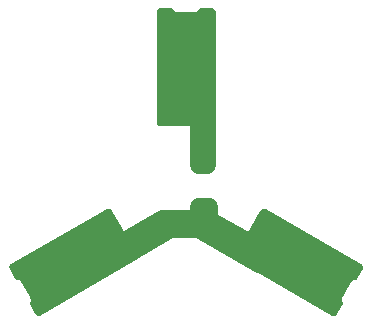
<source format=gbr>
G04 #@! TF.GenerationSoftware,KiCad,Pcbnew,(5.0.2)-1*
G04 #@! TF.CreationDate,2020-08-06T17:06:31-05:00*
G04 #@! TF.ProjectId,tri-slot-hub,7472692d-736c-46f7-942d-6875622e6b69,rev?*
G04 #@! TF.SameCoordinates,Original*
G04 #@! TF.FileFunction,Copper,L1,Top*
G04 #@! TF.FilePolarity,Positive*
%FSLAX46Y46*%
G04 Gerber Fmt 4.6, Leading zero omitted, Abs format (unit mm)*
G04 Created by KiCad (PCBNEW (5.0.2)-1) date 8/6/2020 5:06:31 PM*
%MOMM*%
%LPD*%
G01*
G04 APERTURE LIST*
G04 #@! TA.AperFunction,SMDPad,CuDef*
%ADD10R,1.000000X1.000000*%
G04 #@! TD*
G04 #@! TA.AperFunction,Conductor*
%ADD11C,1.500000*%
G04 #@! TD*
G04 #@! TA.AperFunction,Conductor*
%ADD12C,0.254000*%
G04 #@! TD*
G04 APERTURE END LIST*
D10*
G04 #@! TO.P,TP1,1*
G04 #@! TO.N,/slot_l*
X1525000Y-600000D03*
G04 #@! TD*
G04 #@! TO.P,TP2,1*
G04 #@! TO.N,/slot_l*
X1500000Y2400000D03*
G04 #@! TD*
D11*
G04 #@! TO.N,/slot_l*
X1500000Y8200000D02*
X1500000Y2660010D01*
X1800000Y8200000D02*
X1800000Y2660010D01*
X1500000Y8300000D02*
X1600000Y8200000D01*
X1500000Y9200000D02*
X1500000Y8300000D01*
X1100000Y8200000D02*
X1100000Y2660010D01*
X-1900000Y-1900000D02*
X1755606Y-1900000D01*
X-1953636Y-2230967D02*
X1701970Y-2230967D01*
X-1800000Y-2700000D02*
X1855606Y-2700000D01*
X-6751408Y-5000962D02*
X-1953636Y-2230967D01*
X-6551408Y-5347372D02*
X-1753636Y-2577377D01*
X-6351408Y-5693782D02*
X-1553636Y-2923787D01*
X-6901408Y-4741154D02*
X-2103636Y-1971159D01*
X6201408Y-5658846D02*
X1403636Y-2888851D01*
X6351408Y-5399038D02*
X1553636Y-2629043D01*
X6551408Y-5052628D02*
X1753636Y-2282633D01*
X6751408Y-4706218D02*
X1953636Y-1936223D01*
X6438011Y-5449038D02*
X6301408Y-5485641D01*
X1953636Y-1936223D02*
X1953636Y-860010D01*
X1500000Y-1936223D02*
X1500000Y-860010D01*
X1100000Y-1936223D02*
X1100000Y-860010D01*
X1700000Y-1936223D02*
X1700000Y-860010D01*
X-215000Y7800000D02*
X-800000Y7800000D01*
X-800000Y6725000D02*
X-800000Y7800000D01*
X-800000Y7800000D02*
X-800000Y9200000D01*
G04 #@! TD*
D12*
G04 #@! TO.N,/slot_l*
G36*
X-1211645Y15829491D02*
X-1115059Y15684941D01*
X-970509Y15588355D01*
X-843039Y15563000D01*
X-800000Y15554439D01*
X-756961Y15563000D01*
X756961Y15563000D01*
X800000Y15554439D01*
X843039Y15563000D01*
X970509Y15588355D01*
X1115059Y15684941D01*
X1211645Y15829491D01*
X1220299Y15873000D01*
X2174737Y15873000D01*
X2314930Y15814930D01*
X2373000Y15674737D01*
X2373000Y6325263D01*
X2314930Y6185070D01*
X2174737Y6127000D01*
X-2174737Y6127000D01*
X-2314930Y6185070D01*
X-2373000Y6325263D01*
X-2373000Y15674737D01*
X-2314930Y15814930D01*
X-2174737Y15873000D01*
X-1220299Y15873000D01*
X-1211645Y15829491D01*
X-1211645Y15829491D01*
G37*
X-1211645Y15829491D02*
X-1115059Y15684941D01*
X-970509Y15588355D01*
X-843039Y15563000D01*
X-800000Y15554439D01*
X-756961Y15563000D01*
X756961Y15563000D01*
X800000Y15554439D01*
X843039Y15563000D01*
X970509Y15588355D01*
X1115059Y15684941D01*
X1211645Y15829491D01*
X1220299Y15873000D01*
X2174737Y15873000D01*
X2314930Y15814930D01*
X2373000Y15674737D01*
X2373000Y6325263D01*
X2314930Y6185070D01*
X2174737Y6127000D01*
X-2174737Y6127000D01*
X-2314930Y6185070D01*
X-2373000Y6325263D01*
X-2373000Y15674737D01*
X-2314930Y15814930D01*
X-2174737Y15873000D01*
X-1220299Y15873000D01*
X-1211645Y15829491D01*
G36*
X-6393506Y-1180122D02*
X-4218769Y-4946877D01*
X-4198962Y-5097324D01*
X-4291338Y-5217710D01*
X-12388219Y-9892447D01*
X-12538666Y-9912254D01*
X-12659052Y-9819878D01*
X-13136271Y-8993310D01*
X-13102919Y-8964061D01*
X-13026028Y-8808140D01*
X-13014657Y-8634663D01*
X-13070539Y-8470040D01*
X-13099472Y-8437048D01*
X-13856433Y-7125956D01*
X-13870539Y-7084400D01*
X-13985166Y-6953693D01*
X-14141087Y-6876802D01*
X-14314563Y-6865431D01*
X-14314564Y-6865431D01*
X-14356570Y-6879690D01*
X-14833789Y-6053123D01*
X-14853596Y-5902676D01*
X-14761220Y-5782290D01*
X-6664339Y-1107553D01*
X-6513892Y-1087746D01*
X-6393506Y-1180122D01*
X-6393506Y-1180122D01*
G37*
X-6393506Y-1180122D02*
X-4218769Y-4946877D01*
X-4198962Y-5097324D01*
X-4291338Y-5217710D01*
X-12388219Y-9892447D01*
X-12538666Y-9912254D01*
X-12659052Y-9819878D01*
X-13136271Y-8993310D01*
X-13102919Y-8964061D01*
X-13026028Y-8808140D01*
X-13014657Y-8634663D01*
X-13070539Y-8470040D01*
X-13099472Y-8437048D01*
X-13856433Y-7125956D01*
X-13870539Y-7084400D01*
X-13985166Y-6953693D01*
X-14141087Y-6876802D01*
X-14314563Y-6865431D01*
X-14314564Y-6865431D01*
X-14356570Y-6879690D01*
X-14833789Y-6053123D01*
X-14853596Y-5902676D01*
X-14761220Y-5782290D01*
X-6664339Y-1107553D01*
X-6513892Y-1087746D01*
X-6393506Y-1180122D01*
G36*
X6664339Y-1107553D02*
X14761220Y-5782290D01*
X14853596Y-5902676D01*
X14833789Y-6053123D01*
X14356570Y-6879691D01*
X14314563Y-6865431D01*
X14141086Y-6876802D01*
X13985165Y-6953693D01*
X13915571Y-7033051D01*
X13870539Y-7084400D01*
X13856434Y-7125952D01*
X13099473Y-8437047D01*
X13070539Y-8470040D01*
X13034047Y-8577542D01*
X13014657Y-8634663D01*
X13026028Y-8808139D01*
X13102919Y-8964060D01*
X13136272Y-8993309D01*
X12659052Y-9819878D01*
X12538666Y-9912254D01*
X12388219Y-9892447D01*
X4291338Y-5217710D01*
X4198962Y-5097324D01*
X4218769Y-4946877D01*
X6393506Y-1180122D01*
X6513892Y-1087746D01*
X6664339Y-1107553D01*
X6664339Y-1107553D01*
G37*
X6664339Y-1107553D02*
X14761220Y-5782290D01*
X14853596Y-5902676D01*
X14833789Y-6053123D01*
X14356570Y-6879691D01*
X14314563Y-6865431D01*
X14141086Y-6876802D01*
X13985165Y-6953693D01*
X13915571Y-7033051D01*
X13870539Y-7084400D01*
X13856434Y-7125952D01*
X13099473Y-8437047D01*
X13070539Y-8470040D01*
X13034047Y-8577542D01*
X13014657Y-8634663D01*
X13026028Y-8808139D01*
X13102919Y-8964060D01*
X13136272Y-8993309D01*
X12659052Y-9819878D01*
X12538666Y-9912254D01*
X12388219Y-9892447D01*
X4291338Y-5217710D01*
X4198962Y-5097324D01*
X4218769Y-4946877D01*
X6393506Y-1180122D01*
X6513892Y-1087746D01*
X6664339Y-1107553D01*
G04 #@! TD*
M02*

</source>
